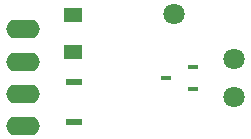
<source format=gbr>
%TF.GenerationSoftware,Novarm,DipTrace,3.0.0.1*%
%TF.CreationDate,2016-04-16T08:32:13+09:00*%
%FSLAX26Y26*%
%MOIN*%
%TF.FileFunction,Paste,Bot*%
%TF.Part,Single*%
%ADD24C,0.070866*%
%ADD43R,0.062835X0.047087*%
%ADD45R,0.033307X0.017559*%
%ADD49O,0.111969X0.061969*%
%ADD51R,0.054961X0.023465*%
G75*
G01*
%LPD*%
D51*
X241360Y-12493D3*
Y-146352D3*
D49*
X70005Y-161988D3*
Y54012D3*
Y-53988D3*
Y162012D3*
D45*
X637500Y37500D3*
Y-37303D3*
X546949Y98D3*
D43*
X237500Y87500D3*
Y209547D3*
D24*
X575000Y212500D3*
X775000Y62500D3*
Y-62500D3*
M02*

</source>
